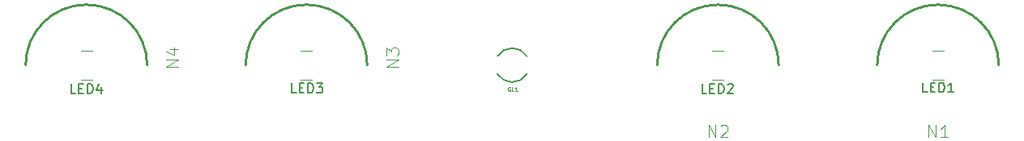
<source format=gto>
G04 #@! TF.GenerationSoftware,KiCad,Pcbnew,(5.1.7)-1*
G04 #@! TF.CreationDate,2021-11-14T23:49:46-06:00*
G04 #@! TF.ProjectId,in8-2-socket,696e382d-322d-4736-9f63-6b65742e6b69,rev?*
G04 #@! TF.SameCoordinates,Original*
G04 #@! TF.FileFunction,Legend,Top*
G04 #@! TF.FilePolarity,Positive*
%FSLAX46Y46*%
G04 Gerber Fmt 4.6, Leading zero omitted, Abs format (unit mm)*
G04 Created by KiCad (PCBNEW (5.1.7)-1) date 2021-11-14 23:49:46*
%MOMM*%
%LPD*%
G01*
G04 APERTURE LIST*
%ADD10C,0.254000*%
%ADD11C,0.127000*%
%ADD12C,0.150000*%
%ADD13C,0.120000*%
%ADD14C,0.101600*%
%ADD15C,0.025400*%
%ADD16C,2.700000*%
%ADD17C,1.305560*%
%ADD18C,1.700000*%
%ADD19C,1.346200*%
%ADD20R,1.600200X2.387600*%
%ADD21R,1.222000X1.222000*%
%ADD22C,1.222000*%
G04 APERTURE END LIST*
D10*
X210855000Y-99005200D02*
G75*
G03*
X198155000Y-99005200I-6350000J0D01*
G01*
D11*
X210855000Y-99005200D02*
G75*
G03*
X198155000Y-99005200I-6350000J0D01*
G01*
X121850000Y-99000000D02*
G75*
G03*
X109150000Y-99000000I-6350000J0D01*
G01*
D10*
X121850000Y-99000000D02*
G75*
G03*
X109150000Y-99000000I-6350000J0D01*
G01*
X144850000Y-99000000D02*
G75*
G03*
X132150000Y-99000000I-6350000J0D01*
G01*
D11*
X144850000Y-99000000D02*
G75*
G03*
X132150000Y-99000000I-6350000J0D01*
G01*
D10*
X187855000Y-99005200D02*
G75*
G03*
X175155000Y-99005200I-6350000J0D01*
G01*
D11*
X187855000Y-99005200D02*
G75*
G03*
X175155000Y-99005200I-6350000J0D01*
G01*
D12*
X158460131Y-98076079D02*
G75*
G02*
X160000000Y-97204220I1539869J-923921D01*
G01*
X158460131Y-99928141D02*
G75*
G03*
X160000000Y-100800000I1539869J923921D01*
G01*
X161539869Y-98076079D02*
G75*
G03*
X160000000Y-97204220I-1539869J-923921D01*
G01*
X161539869Y-99928141D02*
G75*
G02*
X160000000Y-100800000I-1539869J923921D01*
G01*
D13*
X116088865Y-97470800D02*
X114921135Y-97470800D01*
X114921135Y-100518800D02*
X116088865Y-100518800D01*
X139088865Y-97470800D02*
X137921135Y-97470800D01*
X137921135Y-100518800D02*
X139088865Y-100518800D01*
X182083865Y-97476000D02*
X180916135Y-97476000D01*
X180916135Y-100524000D02*
X182083865Y-100524000D01*
X205083865Y-97476000D02*
X203916135Y-97476000D01*
X203916135Y-100524000D02*
X205083865Y-100524000D01*
D14*
X203537380Y-106574523D02*
X203537380Y-105304523D01*
X204263095Y-106574523D01*
X204263095Y-105304523D01*
X205533095Y-106574523D02*
X204807380Y-106574523D01*
X205170238Y-106574523D02*
X205170238Y-105304523D01*
X205049285Y-105485952D01*
X204928333Y-105606904D01*
X204807380Y-105667380D01*
X125122003Y-99175139D02*
X123852003Y-99175139D01*
X125122003Y-98449424D01*
X123852003Y-98449424D01*
X124275337Y-97300377D02*
X125122003Y-97300377D01*
X123791527Y-97602758D02*
X124698670Y-97905139D01*
X124698670Y-97118948D01*
X148122003Y-99175139D02*
X146852003Y-99175139D01*
X148122003Y-98449424D01*
X146852003Y-98449424D01*
X146852003Y-97965615D02*
X146852003Y-97179424D01*
X147335813Y-97602758D01*
X147335813Y-97421329D01*
X147396289Y-97300377D01*
X147456765Y-97239900D01*
X147577718Y-97179424D01*
X147880099Y-97179424D01*
X148001051Y-97239900D01*
X148061527Y-97300377D01*
X148122003Y-97421329D01*
X148122003Y-97784186D01*
X148061527Y-97905139D01*
X148001051Y-97965615D01*
X180537380Y-106574523D02*
X180537380Y-105304523D01*
X181263095Y-106574523D01*
X181263095Y-105304523D01*
X181807380Y-105425476D02*
X181867857Y-105365000D01*
X181988809Y-105304523D01*
X182291190Y-105304523D01*
X182412142Y-105365000D01*
X182472619Y-105425476D01*
X182533095Y-105546428D01*
X182533095Y-105667380D01*
X182472619Y-105848809D01*
X181746904Y-106574523D01*
X182533095Y-106574523D01*
D15*
X159798419Y-101346800D02*
X159759714Y-101327447D01*
X159701657Y-101327447D01*
X159643600Y-101346800D01*
X159604895Y-101385504D01*
X159585542Y-101424209D01*
X159566190Y-101501619D01*
X159566190Y-101559676D01*
X159585542Y-101637085D01*
X159604895Y-101675790D01*
X159643600Y-101714495D01*
X159701657Y-101733847D01*
X159740361Y-101733847D01*
X159798419Y-101714495D01*
X159817771Y-101695142D01*
X159817771Y-101559676D01*
X159740361Y-101559676D01*
X160185466Y-101733847D02*
X159991942Y-101733847D01*
X159991942Y-101327447D01*
X160533809Y-101733847D02*
X160301580Y-101733847D01*
X160417695Y-101733847D02*
X160417695Y-101327447D01*
X160378990Y-101385504D01*
X160340285Y-101424209D01*
X160301580Y-101443561D01*
D12*
X114385952Y-101977180D02*
X113909761Y-101977180D01*
X113909761Y-100977180D01*
X114719285Y-101453371D02*
X115052619Y-101453371D01*
X115195476Y-101977180D02*
X114719285Y-101977180D01*
X114719285Y-100977180D01*
X115195476Y-100977180D01*
X115624047Y-101977180D02*
X115624047Y-100977180D01*
X115862142Y-100977180D01*
X116005000Y-101024800D01*
X116100238Y-101120038D01*
X116147857Y-101215276D01*
X116195476Y-101405752D01*
X116195476Y-101548609D01*
X116147857Y-101739085D01*
X116100238Y-101834323D01*
X116005000Y-101929561D01*
X115862142Y-101977180D01*
X115624047Y-101977180D01*
X117052619Y-101310514D02*
X117052619Y-101977180D01*
X116814523Y-100929561D02*
X116576428Y-101643847D01*
X117195476Y-101643847D01*
X137425952Y-101907180D02*
X136949761Y-101907180D01*
X136949761Y-100907180D01*
X137759285Y-101383371D02*
X138092619Y-101383371D01*
X138235476Y-101907180D02*
X137759285Y-101907180D01*
X137759285Y-100907180D01*
X138235476Y-100907180D01*
X138664047Y-101907180D02*
X138664047Y-100907180D01*
X138902142Y-100907180D01*
X139045000Y-100954800D01*
X139140238Y-101050038D01*
X139187857Y-101145276D01*
X139235476Y-101335752D01*
X139235476Y-101478609D01*
X139187857Y-101669085D01*
X139140238Y-101764323D01*
X139045000Y-101859561D01*
X138902142Y-101907180D01*
X138664047Y-101907180D01*
X139568809Y-100907180D02*
X140187857Y-100907180D01*
X139854523Y-101288133D01*
X139997380Y-101288133D01*
X140092619Y-101335752D01*
X140140238Y-101383371D01*
X140187857Y-101478609D01*
X140187857Y-101716704D01*
X140140238Y-101811942D01*
X140092619Y-101859561D01*
X139997380Y-101907180D01*
X139711666Y-101907180D01*
X139616428Y-101859561D01*
X139568809Y-101811942D01*
X180330952Y-101962380D02*
X179854761Y-101962380D01*
X179854761Y-100962380D01*
X180664285Y-101438571D02*
X180997619Y-101438571D01*
X181140476Y-101962380D02*
X180664285Y-101962380D01*
X180664285Y-100962380D01*
X181140476Y-100962380D01*
X181569047Y-101962380D02*
X181569047Y-100962380D01*
X181807142Y-100962380D01*
X181950000Y-101010000D01*
X182045238Y-101105238D01*
X182092857Y-101200476D01*
X182140476Y-101390952D01*
X182140476Y-101533809D01*
X182092857Y-101724285D01*
X182045238Y-101819523D01*
X181950000Y-101914761D01*
X181807142Y-101962380D01*
X181569047Y-101962380D01*
X182521428Y-101057619D02*
X182569047Y-101010000D01*
X182664285Y-100962380D01*
X182902380Y-100962380D01*
X182997619Y-101010000D01*
X183045238Y-101057619D01*
X183092857Y-101152857D01*
X183092857Y-101248095D01*
X183045238Y-101390952D01*
X182473809Y-101962380D01*
X183092857Y-101962380D01*
X203380952Y-101852380D02*
X202904761Y-101852380D01*
X202904761Y-100852380D01*
X203714285Y-101328571D02*
X204047619Y-101328571D01*
X204190476Y-101852380D02*
X203714285Y-101852380D01*
X203714285Y-100852380D01*
X204190476Y-100852380D01*
X204619047Y-101852380D02*
X204619047Y-100852380D01*
X204857142Y-100852380D01*
X205000000Y-100900000D01*
X205095238Y-100995238D01*
X205142857Y-101090476D01*
X205190476Y-101280952D01*
X205190476Y-101423809D01*
X205142857Y-101614285D01*
X205095238Y-101709523D01*
X205000000Y-101804761D01*
X204857142Y-101852380D01*
X204619047Y-101852380D01*
X206142857Y-101852380D02*
X205571428Y-101852380D01*
X205857142Y-101852380D02*
X205857142Y-100852380D01*
X205761904Y-100995238D01*
X205666666Y-101090476D01*
X205571428Y-101138095D01*
%LPC*%
D16*
X193000000Y-93000000D03*
D17*
X202506020Y-103003160D03*
X200006660Y-99754500D03*
X200255580Y-97506600D03*
X203506780Y-94506860D03*
X205503220Y-94506860D03*
X207504740Y-95507620D03*
X208754420Y-97506600D03*
X209003340Y-99754500D03*
X208254040Y-101753480D03*
X206503980Y-103003160D03*
X200755960Y-101753480D03*
X201505260Y-95507620D03*
X112500260Y-95502420D03*
X111750960Y-101748280D03*
X117498980Y-102997960D03*
X119249040Y-101748280D03*
X119998340Y-99749300D03*
X119749420Y-97501400D03*
X118499740Y-95502420D03*
X116498220Y-94501660D03*
X114501780Y-94501660D03*
X111250580Y-97501400D03*
X111001660Y-99749300D03*
X113501020Y-102997960D03*
X136501020Y-102997960D03*
X134001660Y-99749300D03*
X134250580Y-97501400D03*
X137501780Y-94501660D03*
X139498220Y-94501660D03*
X141499740Y-95502420D03*
X142749420Y-97501400D03*
X142998340Y-99749300D03*
X142249040Y-101748280D03*
X140498980Y-102997960D03*
X134750960Y-101748280D03*
X135500260Y-95502420D03*
X179506020Y-103003160D03*
X177006660Y-99754500D03*
X177255580Y-97506600D03*
X180506780Y-94506860D03*
X182503220Y-94506860D03*
X184504740Y-95507620D03*
X185754420Y-97506600D03*
X186003340Y-99754500D03*
X185254040Y-101753480D03*
X183503980Y-103003160D03*
X177755960Y-101753480D03*
X178505260Y-95507620D03*
D16*
X193000000Y-108000000D03*
X160000000Y-108000000D03*
X127000000Y-93000000D03*
X127000000Y-108000000D03*
D18*
X148570000Y-128330000D03*
X151110000Y-128330000D03*
X153650000Y-128330000D03*
X156190000Y-128330000D03*
X158730000Y-128330000D03*
X161270000Y-128330000D03*
X163810000Y-128330000D03*
X166350000Y-128330000D03*
X168890000Y-128330000D03*
X171430000Y-128330000D03*
X148570000Y-125790000D03*
X151110000Y-125790000D03*
X153650000Y-125790000D03*
X156190000Y-125790000D03*
X158730000Y-125790000D03*
X161270000Y-125790000D03*
X163810000Y-125790000D03*
X166350000Y-125790000D03*
X168890000Y-125790000D03*
G36*
G01*
X172030000Y-126640000D02*
X170830000Y-126640000D01*
G75*
G02*
X170580000Y-126390000I0J250000D01*
G01*
X170580000Y-125190000D01*
G75*
G02*
X170830000Y-124940000I250000J0D01*
G01*
X172030000Y-124940000D01*
G75*
G02*
X172280000Y-125190000I0J-250000D01*
G01*
X172280000Y-126390000D01*
G75*
G02*
X172030000Y-126640000I-250000J0D01*
G01*
G37*
D19*
X161270000Y-99000000D03*
X158730000Y-99000000D03*
D20*
X114080000Y-98994800D03*
X116930000Y-98994800D03*
X137080000Y-98994800D03*
X139930000Y-98994800D03*
X180075000Y-99000000D03*
X182925000Y-99000000D03*
X203075000Y-99000000D03*
X205815000Y-99000000D03*
D21*
X131000000Y-125540000D03*
D22*
X133540000Y-123000000D03*
X131000000Y-120460000D03*
M02*

</source>
